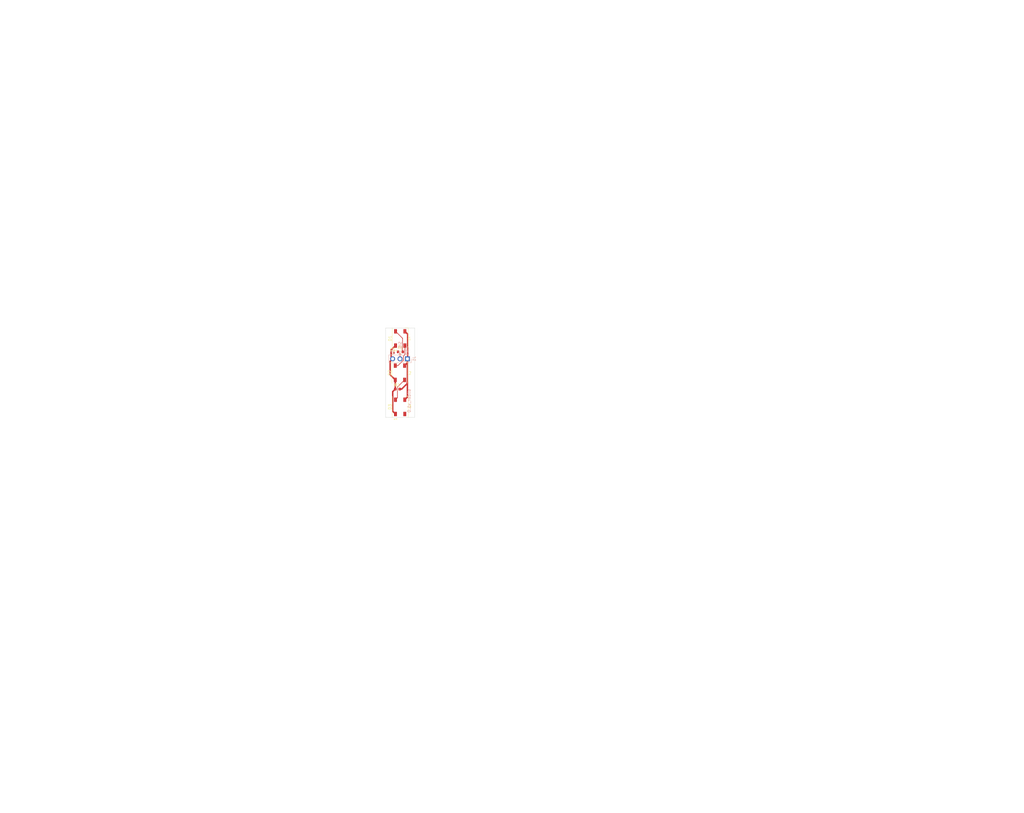
<source format=kicad_pcb>
(kicad_pcb (version 20211014) (generator pcbnew)
  (layers (0 "F.Cu" signal) (31 "B.Cu" signal) (34 "B.Paste" user) (35 "F.Paste" user) (36 "B.SilkS" user "B.Silkscreen") (37 "F.SilkS" user "F.Silkscreen") (38 "B.Mask" user) (39 "F.Mask" user) (44 "Edge.Cuts" user))
  (net 0 "")
  (net 1 "VCC")
  (net 2 "GND")
  (net 3 "Net-(D1-Pad2)")
  (net 4 "Net-(D1-Pad4)")
  (net 5 "Net-(D2-Pad2)")
  (net 7 "/SIG_IN")
  (footprint "LED_SMD:LED_WS2812B_PLCC4_5.0x5.0mm_P3.2mm" (layer "F.Cu") (at 41.13 38.1 90)
    (fp_text reference "D1" (at 0 -3.5 90) (layer "F.SilkS"))
    (fp_text value "WS2812B")
    (fp_text user "1" (at -4.15 -1.6 90) (layer "F.SilkS"))
    (fp_line (start -3.65 -2.75) (end 3.65 -2.75) (layer "F.SilkS") (width 0.12))
    (fp_line (start 3.65 2.75) (end 3.65 1.6) (layer "F.SilkS") (width 0.12))
    (fp_line (start -3.65 2.75) (end 3.65 2.75) (layer "F.SilkS") (width 0.12))
    (pad "1" smd rect (at -2.45 -1.6 90) (size 1.5 1) (layers "F.Cu" "F.Paste" "F.Mask") (net 1 "VCC"))
    (pad "2" smd rect (at -2.45 1.6 90) (size 1.5 1) (layers "F.Cu" "F.Paste" "F.Mask") (net 3 "Net-(D1-Pad2)"))
    (pad "3" smd rect (at 2.45 1.6 90) (size 1.5 1) (layers "F.Cu" "F.Paste" "F.Mask") (net 2 "GND"))
    (pad "4" smd rect (at 2.45 -1.6 90) (size 1.5 1) (layers "F.Cu" "F.Paste" "F.Mask") (net 4 "Net-(D1-Pad4)"))
  )
  (footprint "LED_SMD:LED_WS2812B_PLCC4_5.0x5.0mm_P3.2mm" (layer "F.Cu") (at 41.04 49.88 90)
    (fp_text reference "D2" (at 0 -3.5 90) (layer "F.SilkS"))
    (fp_text value "WS2812B")
    (fp_text user "1" (at -4.15 -1.6 90) (layer "F.SilkS"))
    (fp_line (start 3.65 2.75) (end 3.65 1.6) (layer "F.SilkS") (width 0.12))
    (fp_line (start -3.65 2.75) (end 3.65 2.75) (layer "F.SilkS") (width 0.12))
    (fp_line (start -3.65 -2.75) (end 3.65 -2.75) (layer "F.SilkS") (width 0.12))
    (pad "1" smd rect (at -2.45 -1.6 90) (size 1.5 1) (layers "F.Cu" "F.Paste" "F.Mask") (net 1 "VCC"))
    (pad "2" smd rect (at -2.45 1.6 90) (size 1.5 1) (layers "F.Cu" "F.Paste" "F.Mask") (net 5 "Net-(D2-Pad2)"))
    (pad "3" smd rect (at 2.45 1.6 90) (size 1.5 1) (layers "F.Cu" "F.Paste" "F.Mask") (net 2 "GND"))
    (pad "4" smd rect (at 2.45 -1.6 90) (size 1.5 1) (layers "F.Cu" "F.Paste" "F.Mask") (net 3 "Net-(D1-Pad2)"))
  )
  (footprint "Capacitor_SMD:C_0603_1608Metric" (layer "F.Cu") (at 40.2 55.5)
    (fp_text reference "C1" (at 0 -1.43) (layer "F.SilkS"))
    (fp_text value "10uF")
    (fp_line (start -0.14058 0.51) (end 0.14058 0.51) (layer "F.SilkS") (width 0.12))
    (fp_line (start -0.14058 -0.51) (end 0.14058 -0.51) (layer "F.SilkS") (width 0.12))
    (pad "1" smd roundrect (at -0.775 0) (size 0.9 0.95) (layers "F.Cu" "F.Paste" "F.Mask") (net 1 "VCC"))
    (pad "2" smd roundrect (at 0.775 0) (size 0.9 0.95) (layers "F.Cu" "F.Paste" "F.Mask") (net 2 "GND"))
  )
  (footprint "Resistor_SMD:R_0603_1608Metric" (layer "F.Cu") (at 41.2 42.7)
    (fp_text reference "R1" (at 0 -1.43) (layer "F.SilkS"))
    (fp_text value "33")
    (fp_line (start -0.237258 -0.5225) (end 0.237258 -0.5225) (layer "F.SilkS") (width 0.12))
    (fp_line (start -0.237258 0.5225) (end 0.237258 0.5225) (layer "F.SilkS") (width 0.12))
    (pad "1" smd roundrect (at -0.825 0) (size 0.8 0.95) (layers "F.Cu" "F.Paste" "F.Mask") (net 7 "/SIG_IN"))
    (pad "2" smd roundrect (at 0.825 0) (size 0.8 0.95) (layers "F.Cu" "F.Paste" "F.Mask") (net 4 "Net-(D1-Pad4)"))
  )
  (footprint "LED_SMD:LED_WS2812B_PLCC4_5.0x5.0mm_P3.2mm" (layer "F.Cu") (at 41.1 61.6 90)
    (fp_text reference "D3" (at 0 -3.5 90) (layer "F.SilkS"))
    (fp_text value "WS2812B")
    (fp_text user "1" (at -4.15 -1.6 90) (layer "F.SilkS"))
    (fp_line (start 3.65 2.75) (end 3.65 1.6) (layer "F.SilkS") (width 0.12))
    (fp_line (start -3.65 -2.75) (end 3.65 -2.75) (layer "F.SilkS") (width 0.12))
    (fp_line (start -3.65 2.75) (end 3.65 2.75) (layer "F.SilkS") (width 0.12))
    (pad "1" smd rect (at -2.45 -1.6 90) (size 1.5 1) (layers "F.Cu" "F.Paste" "F.Mask") (net 1 "VCC"))
    (pad "2" smd rect (at -2.45 1.6 90) (size 1.5 1) (layers "F.Cu" "F.Paste" "F.Mask"))
    (pad "3" smd rect (at 2.45 1.6 90) (size 1.5 1) (layers "F.Cu" "F.Paste" "F.Mask") (net 2 "GND"))
    (pad "4" smd rect (at 2.45 -1.6 90) (size 1.5 1) (layers "F.Cu" "F.Paste" "F.Mask") (net 5 "Net-(D2-Pad2)"))
  )
  (footprint "Capacitor_SMD:C_0402_1005Metric" (layer "F.Cu") (at 38.5 43.1)
    (fp_text reference "C2" (at 0 -1.16) (layer "F.SilkS"))
    (fp_text value "100nF")
    (fp_line (start -0.107836 0.36) (end 0.107836 0.36) (layer "F.SilkS") (width 0.12))
    (fp_line (start -0.107836 -0.36) (end 0.107836 -0.36) (layer "F.SilkS") (width 0.12))
    (pad "1" smd roundrect (at -0.48 0) (size 0.56 0.62) (layers "F.Cu" "F.Paste" "F.Mask") (net 1 "VCC"))
    (pad "2" smd roundrect (at 0.48 0) (size 0.56 0.62) (layers "F.Cu" "F.Paste" "F.Mask") (net 2 "GND"))
  )
  (footprint "Connector_PinHeader_2.54mm:PinHeader_1x03_P2.54mm_Vertical" (layer "B.Cu") (at 43.6 45.1 90)
    (fp_text reference "J1" (at 0 2.33 90) (layer "B.SilkS") (effects (justify mirror)))
    (fp_text value "Conn_01x03")
    (fp_line (start -1.33 -1.27) (end -1.33 -6.41) (layer "B.SilkS") (width 0.12))
    (fp_line (start -1.33 0) (end -1.33 1.33) (layer "B.SilkS") (width 0.12))
    (fp_line (start 1.33 -1.27) (end 1.33 -6.41) (layer "B.SilkS") (width 0.12))
    (fp_line (start -1.33 -6.41) (end 1.33 -6.41) (layer "B.SilkS") (width 0.12))
    (fp_line (start -1.33 -1.27) (end 1.33 -1.27) (layer "B.SilkS") (width 0.12))
    (fp_line (start -1.33 1.33) (end 0 1.33) (layer "B.SilkS") (width 0.12))
    (pad "1" thru_hole rect (at 0 0 90) (size 1.7 1.7) (drill 1) (layers *.Cu *.Mask) (net 2 "GND"))
    (pad "2" thru_hole oval (at 0 -2.54 90) (size 1.7 1.7) (drill 1) (layers *.Cu *.Mask) (net 7 "/SIG_IN"))
    (pad "3" thru_hole oval (at 0 -5.08 90) (size 1.7 1.7) (drill 1) (layers *.Cu *.Mask) (net 1 "VCC"))
  )
  (gr_line (start 36.1 65.2) (end 46.1 65.2) (layer "Edge.Cuts") (width 0.1))
  (gr_line (start 36.1 65.2) (end 36.1 34.5) (layer "Edge.Cuts") (width 0.1))
  (gr_line (start 46.1 34.5) (end 46.1 65.2) (layer "Edge.Cuts") (width 0.1))
  (gr_line (start 36.1 34.5) (end 46.1 34.5) (layer "Edge.Cuts") (width 0.1))
  (gr_text "SIG_IN" (at 41.1 41.5 90) (layer "B.SilkS") (effects (font (size 1 1)) (justify mirror)))
  (gr_text "GND" (at 43.6 42.4 90) (layer "B.SilkS") (effects (font (size 1 1)) (justify mirror)))
  (gr_text "slider_v1.0" (at 44.2 59.5 90) (layer "B.SilkS") (effects (font (size 1 1)) (justify mirror)))
  (gr_text "5V" (at 38.7 42.8 90) (layer "B.SilkS") (effects (font (size 1 1)) (justify mirror)))
  (gr_text "1" (at 44.4 38.1) (layer "F.SilkS") (effects (font (size 1 1))))
  (gr_text "2" (at 44.5 50) (layer "F.SilkS") (effects (font (size 1 1))))
  (gr_text "3" (at 44.5 61.5) (layer "F.SilkS") (effects (font (size 1 1))))
  (segment (start 38.02 43.1) (end 38.02 42.06) (width 0.5) (layer "F.Cu") (net 1))
  (segment (start 39.44 52.33) (end 39.44 55.485) (width 0.5) (layer "F.Cu") (net 1))
  (segment (start 37.67 45.95) (end 37.67 50.56) (width 0.5) (layer "F.Cu") (net 1))
  (segment (start 39.425 55.5) (end 38.550489 56.374511) (width 0.5) (layer "F.Cu") (net 1))
  (segment (start 38.550489 63.100489) (end 39.5 64.05) (width 0.5) (layer "F.Cu") (net 1))
  (segment (start 38.550489 56.374511) (end 38.550489 63.100489) (width 0.5) (layer "F.Cu") (net 1))
  (segment (start 37.67 50.56) (end 39.44 52.33) (width 0.5) (layer "F.Cu") (net 1))
  (segment (start 38.52 45.1) (end 37.67 45.95) (width 0.5) (layer "F.Cu") (net 1))
  (segment (start 38.52 45.1) (end 38.02 44.6) (width 0.5) (layer "F.Cu") (net 1))
  (segment (start 38.02 44.6) (end 38.02 43.1) (width 0.5) (layer "F.Cu") (net 1))
  (segment (start 38.02 42.06) (end 39.53 40.55) (width 0.5) (layer "F.Cu") (net 1))
  (segment (start 39.44 55.485) (end 39.425 55.5) (width 0.5) (layer "F.Cu") (net 1))
  (segment (start 43.6 53.1) (end 43.6 53.519022) (width 0.5) (layer "F.Cu") (net 2))
  (segment (start 43.6 45.1) (end 43.6 46.47) (width 0.5) (layer "F.Cu") (net 2))
  (segment (start 43.6 45.1) (end 43.6 53.1) (width 0.5) (layer "F.Cu") (net 2))
  (segment (start 43.679511 45.020489) (end 43.679511 36.599511) (width 0.5) (layer "F.Cu") (net 2))
  (segment (start 43.6 53.519022) (end 41.619022 55.5) (width 0.5) (layer "F.Cu") (net 2))
  (segment (start 43.6 58.25) (end 42.7 59.15) (width 0.5) (layer "F.Cu") (net 2))
  (segment (start 43.679511 36.599511) (end 42.73 35.65) (width 0.5) (layer "F.Cu") (net 2))
  (segment (start 43.6 45.1) (end 43.679511 45.020489) (width 0.5) (layer "F.Cu") (net 2))
  (segment (start 41.619022 55.5) (end 40.975 55.5) (width 0.5) (layer "F.Cu") (net 2))
  (segment (start 43.6 46.47) (end 42.64 47.43) (width 0.5) (layer "F.Cu") (net 2))
  (segment (start 43.6 53.1) (end 43.6 58.25) (width 0.5) (layer "F.Cu") (net 2))
  (segment (start 42.209511 44.191467) (end 42.209511 45.576144) (width 0.2) (layer "F.Cu") (net 3))
  (segment (start 42.209511 45.576144) (end 40.355655 47.43) (width 0.2) (layer "F.Cu") (net 3))
  (segment (start 42.73 40.55) (end 42.73 43.670978) (width 0.2) (layer "F.Cu") (net 3))
  (segment (start 42.73 43.670978) (end 42.209511 44.191467) (width 0.2) (layer "F.Cu") (net 3))
  (segment (start 40.355655 47.43) (end 39.44 47.43) (width 0.2) (layer "F.Cu") (net 3))
  (segment (start 41.930489 38.050489) (end 39.53 35.65) (width 0.2) (layer "F.Cu") (net 4))
  (segment (start 42.025 42.7) (end 41.930489 42.605489) (width 0.2) (layer "F.Cu") (net 4))
  (segment (start 41.930489 42.605489) (end 41.930489 38.050489) (width 0.2) (layer "F.Cu") (net 4))
  (segment (start 42.64 52.33) (end 40.17452 54.79548) (width 0.2) (layer "F.Cu") (net 5))
  (segment (start 40.17452 58.47548) (end 39.5 59.15) (width 0.2) (layer "F.Cu") (net 5))
  (segment (start 40.17452 54.79548) (end 40.17452 58.47548) (width 0.2) (layer "F.Cu") (net 5))
  (segment (start 41.06 43.385) (end 40.375 42.7) (width 0.2) (layer "F.Cu") (net 7))
  (segment (start 41.06 45.1) (end 41.06 43.385) (width 0.2) (layer "F.Cu") (net 7))
)
</source>
